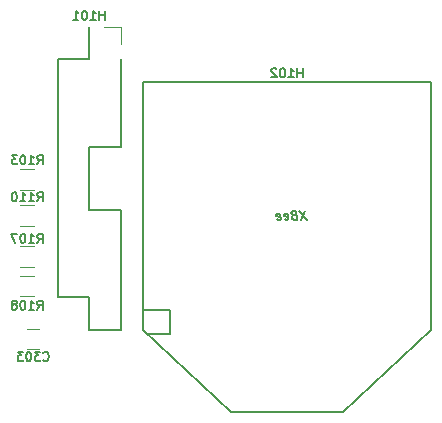
<source format=gbr>
G04 #@! TF.FileFunction,Legend,Bot*
%FSLAX46Y46*%
G04 Gerber Fmt 4.6, Leading zero omitted, Abs format (unit mm)*
G04 Created by KiCad (PCBNEW 4.0.0-rc1-stable) date 13/06/2017 23:09:15*
%MOMM*%
G01*
G04 APERTURE LIST*
%ADD10C,0.076200*%
%ADD11C,0.150000*%
%ADD12C,0.120000*%
%ADD13C,0.127000*%
G04 APERTURE END LIST*
D10*
D11*
X136308000Y-93509400D02*
X138568600Y-93509400D01*
X138568600Y-93509400D02*
X138568600Y-95566800D01*
X138568600Y-95566800D02*
X136714400Y-95566800D01*
X136308000Y-95185800D02*
X136308000Y-74230800D01*
X136308000Y-74230800D02*
X160692000Y-74230800D01*
X160692000Y-74230800D02*
X160692000Y-95185800D01*
X160692000Y-95185800D02*
X153262500Y-102170800D01*
X153262500Y-102170800D02*
X143737500Y-102170800D01*
X143737500Y-102170800D02*
X136308000Y-95185800D01*
D12*
X127500000Y-96850000D02*
X126500000Y-96850000D01*
X126500000Y-95150000D02*
X127500000Y-95150000D01*
D11*
X134397000Y-95257000D02*
X134397000Y-85097000D01*
X134397000Y-85097000D02*
X131730000Y-85097000D01*
X131730000Y-85097000D02*
X131730000Y-79763000D01*
X131730000Y-79763000D02*
X134397000Y-79763000D01*
X134397000Y-79763000D02*
X134397000Y-72270000D01*
X131730000Y-95257000D02*
X134397000Y-95257000D01*
X129063000Y-72270000D02*
X129063000Y-92463000D01*
X129063000Y-92463000D02*
X131730000Y-92463000D01*
X131730000Y-92463000D02*
X131730000Y-95257000D01*
X129070000Y-72270000D02*
X131730000Y-72270000D01*
X131730000Y-72270000D02*
X131730000Y-69603000D01*
D12*
X134390000Y-71000000D02*
X134390000Y-69610000D01*
X134390000Y-69610000D02*
X133000000Y-69610000D01*
X125900000Y-83380000D02*
X127100000Y-83380000D01*
X127100000Y-81620000D02*
X125900000Y-81620000D01*
X127100000Y-88120000D02*
X125900000Y-88120000D01*
X125900000Y-89880000D02*
X127100000Y-89880000D01*
X127100000Y-90620000D02*
X125900000Y-90620000D01*
X125900000Y-92380000D02*
X127100000Y-92380000D01*
X125900000Y-86380000D02*
X127100000Y-86380000D01*
X127100000Y-84620000D02*
X125900000Y-84620000D01*
D13*
X149806285Y-73844714D02*
X149806285Y-73082714D01*
X149806285Y-73445571D02*
X149370857Y-73445571D01*
X149370857Y-73844714D02*
X149370857Y-73082714D01*
X148608857Y-73844714D02*
X149044285Y-73844714D01*
X148826571Y-73844714D02*
X148826571Y-73082714D01*
X148899142Y-73191571D01*
X148971714Y-73264143D01*
X149044285Y-73300429D01*
X148137143Y-73082714D02*
X148064571Y-73082714D01*
X147992000Y-73119000D01*
X147955714Y-73155286D01*
X147919428Y-73227857D01*
X147883143Y-73373000D01*
X147883143Y-73554429D01*
X147919428Y-73699571D01*
X147955714Y-73772143D01*
X147992000Y-73808429D01*
X148064571Y-73844714D01*
X148137143Y-73844714D01*
X148209714Y-73808429D01*
X148246000Y-73772143D01*
X148282285Y-73699571D01*
X148318571Y-73554429D01*
X148318571Y-73373000D01*
X148282285Y-73227857D01*
X148246000Y-73155286D01*
X148209714Y-73119000D01*
X148137143Y-73082714D01*
X147592857Y-73155286D02*
X147556571Y-73119000D01*
X147484000Y-73082714D01*
X147302571Y-73082714D01*
X147230000Y-73119000D01*
X147193714Y-73155286D01*
X147157429Y-73227857D01*
X147157429Y-73300429D01*
X147193714Y-73409286D01*
X147629143Y-73844714D01*
X147157429Y-73844714D01*
X150040782Y-85141914D02*
X149628032Y-85903914D01*
X149532782Y-85141914D02*
X150136032Y-85903914D01*
X149033853Y-85504771D02*
X148929532Y-85541057D01*
X148897783Y-85577343D01*
X148870568Y-85649914D01*
X148884175Y-85758771D01*
X148929533Y-85831343D01*
X148970354Y-85867629D01*
X149047461Y-85903914D01*
X149337746Y-85903914D01*
X149242496Y-85141914D01*
X148988496Y-85141914D01*
X148920461Y-85178200D01*
X148888711Y-85214486D01*
X148861497Y-85287057D01*
X148870569Y-85359629D01*
X148915925Y-85432200D01*
X148956747Y-85468486D01*
X149033853Y-85504771D01*
X149287853Y-85504771D01*
X148280926Y-85867629D02*
X148358032Y-85903914D01*
X148503175Y-85903914D01*
X148571211Y-85867629D01*
X148598425Y-85795057D01*
X148562139Y-85504771D01*
X148516782Y-85432200D01*
X148439675Y-85395914D01*
X148294532Y-85395914D01*
X148226497Y-85432200D01*
X148199282Y-85504771D01*
X148208354Y-85577343D01*
X148580282Y-85649914D01*
X147627783Y-85867629D02*
X147704889Y-85903914D01*
X147850032Y-85903914D01*
X147918068Y-85867629D01*
X147945282Y-85795057D01*
X147908996Y-85504771D01*
X147863639Y-85432200D01*
X147786532Y-85395914D01*
X147641389Y-85395914D01*
X147573354Y-85432200D01*
X147546139Y-85504771D01*
X147555211Y-85577343D01*
X147927139Y-85649914D01*
X127852714Y-97772143D02*
X127889000Y-97808429D01*
X127997857Y-97844714D01*
X128070428Y-97844714D01*
X128179285Y-97808429D01*
X128251857Y-97735857D01*
X128288142Y-97663286D01*
X128324428Y-97518143D01*
X128324428Y-97409286D01*
X128288142Y-97264143D01*
X128251857Y-97191571D01*
X128179285Y-97119000D01*
X128070428Y-97082714D01*
X127997857Y-97082714D01*
X127889000Y-97119000D01*
X127852714Y-97155286D01*
X127598714Y-97082714D02*
X127127000Y-97082714D01*
X127381000Y-97373000D01*
X127272142Y-97373000D01*
X127199571Y-97409286D01*
X127163285Y-97445571D01*
X127127000Y-97518143D01*
X127127000Y-97699571D01*
X127163285Y-97772143D01*
X127199571Y-97808429D01*
X127272142Y-97844714D01*
X127489857Y-97844714D01*
X127562428Y-97808429D01*
X127598714Y-97772143D01*
X126655286Y-97082714D02*
X126582714Y-97082714D01*
X126510143Y-97119000D01*
X126473857Y-97155286D01*
X126437571Y-97227857D01*
X126401286Y-97373000D01*
X126401286Y-97554429D01*
X126437571Y-97699571D01*
X126473857Y-97772143D01*
X126510143Y-97808429D01*
X126582714Y-97844714D01*
X126655286Y-97844714D01*
X126727857Y-97808429D01*
X126764143Y-97772143D01*
X126800428Y-97699571D01*
X126836714Y-97554429D01*
X126836714Y-97373000D01*
X126800428Y-97227857D01*
X126764143Y-97155286D01*
X126727857Y-97119000D01*
X126655286Y-97082714D01*
X126147286Y-97082714D02*
X125675572Y-97082714D01*
X125929572Y-97373000D01*
X125820714Y-97373000D01*
X125748143Y-97409286D01*
X125711857Y-97445571D01*
X125675572Y-97518143D01*
X125675572Y-97699571D01*
X125711857Y-97772143D01*
X125748143Y-97808429D01*
X125820714Y-97844714D01*
X126038429Y-97844714D01*
X126111000Y-97808429D01*
X126147286Y-97772143D01*
X133036285Y-68954714D02*
X133036285Y-68192714D01*
X133036285Y-68555571D02*
X132600857Y-68555571D01*
X132600857Y-68954714D02*
X132600857Y-68192714D01*
X131838857Y-68954714D02*
X132274285Y-68954714D01*
X132056571Y-68954714D02*
X132056571Y-68192714D01*
X132129142Y-68301571D01*
X132201714Y-68374143D01*
X132274285Y-68410429D01*
X131367143Y-68192714D02*
X131294571Y-68192714D01*
X131222000Y-68229000D01*
X131185714Y-68265286D01*
X131149428Y-68337857D01*
X131113143Y-68483000D01*
X131113143Y-68664429D01*
X131149428Y-68809571D01*
X131185714Y-68882143D01*
X131222000Y-68918429D01*
X131294571Y-68954714D01*
X131367143Y-68954714D01*
X131439714Y-68918429D01*
X131476000Y-68882143D01*
X131512285Y-68809571D01*
X131548571Y-68664429D01*
X131548571Y-68483000D01*
X131512285Y-68337857D01*
X131476000Y-68265286D01*
X131439714Y-68229000D01*
X131367143Y-68192714D01*
X130387429Y-68954714D02*
X130822857Y-68954714D01*
X130605143Y-68954714D02*
X130605143Y-68192714D01*
X130677714Y-68301571D01*
X130750286Y-68374143D01*
X130822857Y-68410429D01*
X127352714Y-81194714D02*
X127606714Y-80831857D01*
X127788142Y-81194714D02*
X127788142Y-80432714D01*
X127497857Y-80432714D01*
X127425285Y-80469000D01*
X127389000Y-80505286D01*
X127352714Y-80577857D01*
X127352714Y-80686714D01*
X127389000Y-80759286D01*
X127425285Y-80795571D01*
X127497857Y-80831857D01*
X127788142Y-80831857D01*
X126627000Y-81194714D02*
X127062428Y-81194714D01*
X126844714Y-81194714D02*
X126844714Y-80432714D01*
X126917285Y-80541571D01*
X126989857Y-80614143D01*
X127062428Y-80650429D01*
X126155286Y-80432714D02*
X126082714Y-80432714D01*
X126010143Y-80469000D01*
X125973857Y-80505286D01*
X125937571Y-80577857D01*
X125901286Y-80723000D01*
X125901286Y-80904429D01*
X125937571Y-81049571D01*
X125973857Y-81122143D01*
X126010143Y-81158429D01*
X126082714Y-81194714D01*
X126155286Y-81194714D01*
X126227857Y-81158429D01*
X126264143Y-81122143D01*
X126300428Y-81049571D01*
X126336714Y-80904429D01*
X126336714Y-80723000D01*
X126300428Y-80577857D01*
X126264143Y-80505286D01*
X126227857Y-80469000D01*
X126155286Y-80432714D01*
X125647286Y-80432714D02*
X125175572Y-80432714D01*
X125429572Y-80723000D01*
X125320714Y-80723000D01*
X125248143Y-80759286D01*
X125211857Y-80795571D01*
X125175572Y-80868143D01*
X125175572Y-81049571D01*
X125211857Y-81122143D01*
X125248143Y-81158429D01*
X125320714Y-81194714D01*
X125538429Y-81194714D01*
X125611000Y-81158429D01*
X125647286Y-81122143D01*
X127352714Y-87844714D02*
X127606714Y-87481857D01*
X127788142Y-87844714D02*
X127788142Y-87082714D01*
X127497857Y-87082714D01*
X127425285Y-87119000D01*
X127389000Y-87155286D01*
X127352714Y-87227857D01*
X127352714Y-87336714D01*
X127389000Y-87409286D01*
X127425285Y-87445571D01*
X127497857Y-87481857D01*
X127788142Y-87481857D01*
X126627000Y-87844714D02*
X127062428Y-87844714D01*
X126844714Y-87844714D02*
X126844714Y-87082714D01*
X126917285Y-87191571D01*
X126989857Y-87264143D01*
X127062428Y-87300429D01*
X126155286Y-87082714D02*
X126082714Y-87082714D01*
X126010143Y-87119000D01*
X125973857Y-87155286D01*
X125937571Y-87227857D01*
X125901286Y-87373000D01*
X125901286Y-87554429D01*
X125937571Y-87699571D01*
X125973857Y-87772143D01*
X126010143Y-87808429D01*
X126082714Y-87844714D01*
X126155286Y-87844714D01*
X126227857Y-87808429D01*
X126264143Y-87772143D01*
X126300428Y-87699571D01*
X126336714Y-87554429D01*
X126336714Y-87373000D01*
X126300428Y-87227857D01*
X126264143Y-87155286D01*
X126227857Y-87119000D01*
X126155286Y-87082714D01*
X125647286Y-87082714D02*
X125139286Y-87082714D01*
X125465857Y-87844714D01*
X127352714Y-93494714D02*
X127606714Y-93131857D01*
X127788142Y-93494714D02*
X127788142Y-92732714D01*
X127497857Y-92732714D01*
X127425285Y-92769000D01*
X127389000Y-92805286D01*
X127352714Y-92877857D01*
X127352714Y-92986714D01*
X127389000Y-93059286D01*
X127425285Y-93095571D01*
X127497857Y-93131857D01*
X127788142Y-93131857D01*
X126627000Y-93494714D02*
X127062428Y-93494714D01*
X126844714Y-93494714D02*
X126844714Y-92732714D01*
X126917285Y-92841571D01*
X126989857Y-92914143D01*
X127062428Y-92950429D01*
X126155286Y-92732714D02*
X126082714Y-92732714D01*
X126010143Y-92769000D01*
X125973857Y-92805286D01*
X125937571Y-92877857D01*
X125901286Y-93023000D01*
X125901286Y-93204429D01*
X125937571Y-93349571D01*
X125973857Y-93422143D01*
X126010143Y-93458429D01*
X126082714Y-93494714D01*
X126155286Y-93494714D01*
X126227857Y-93458429D01*
X126264143Y-93422143D01*
X126300428Y-93349571D01*
X126336714Y-93204429D01*
X126336714Y-93023000D01*
X126300428Y-92877857D01*
X126264143Y-92805286D01*
X126227857Y-92769000D01*
X126155286Y-92732714D01*
X125465857Y-93059286D02*
X125538429Y-93023000D01*
X125574714Y-92986714D01*
X125611000Y-92914143D01*
X125611000Y-92877857D01*
X125574714Y-92805286D01*
X125538429Y-92769000D01*
X125465857Y-92732714D01*
X125320714Y-92732714D01*
X125248143Y-92769000D01*
X125211857Y-92805286D01*
X125175572Y-92877857D01*
X125175572Y-92914143D01*
X125211857Y-92986714D01*
X125248143Y-93023000D01*
X125320714Y-93059286D01*
X125465857Y-93059286D01*
X125538429Y-93095571D01*
X125574714Y-93131857D01*
X125611000Y-93204429D01*
X125611000Y-93349571D01*
X125574714Y-93422143D01*
X125538429Y-93458429D01*
X125465857Y-93494714D01*
X125320714Y-93494714D01*
X125248143Y-93458429D01*
X125211857Y-93422143D01*
X125175572Y-93349571D01*
X125175572Y-93204429D01*
X125211857Y-93131857D01*
X125248143Y-93095571D01*
X125320714Y-93059286D01*
X127352714Y-84344714D02*
X127606714Y-83981857D01*
X127788142Y-84344714D02*
X127788142Y-83582714D01*
X127497857Y-83582714D01*
X127425285Y-83619000D01*
X127389000Y-83655286D01*
X127352714Y-83727857D01*
X127352714Y-83836714D01*
X127389000Y-83909286D01*
X127425285Y-83945571D01*
X127497857Y-83981857D01*
X127788142Y-83981857D01*
X126627000Y-84344714D02*
X127062428Y-84344714D01*
X126844714Y-84344714D02*
X126844714Y-83582714D01*
X126917285Y-83691571D01*
X126989857Y-83764143D01*
X127062428Y-83800429D01*
X125901286Y-84344714D02*
X126336714Y-84344714D01*
X126119000Y-84344714D02*
X126119000Y-83582714D01*
X126191571Y-83691571D01*
X126264143Y-83764143D01*
X126336714Y-83800429D01*
X125429572Y-83582714D02*
X125357000Y-83582714D01*
X125284429Y-83619000D01*
X125248143Y-83655286D01*
X125211857Y-83727857D01*
X125175572Y-83873000D01*
X125175572Y-84054429D01*
X125211857Y-84199571D01*
X125248143Y-84272143D01*
X125284429Y-84308429D01*
X125357000Y-84344714D01*
X125429572Y-84344714D01*
X125502143Y-84308429D01*
X125538429Y-84272143D01*
X125574714Y-84199571D01*
X125611000Y-84054429D01*
X125611000Y-83873000D01*
X125574714Y-83727857D01*
X125538429Y-83655286D01*
X125502143Y-83619000D01*
X125429572Y-83582714D01*
M02*

</source>
